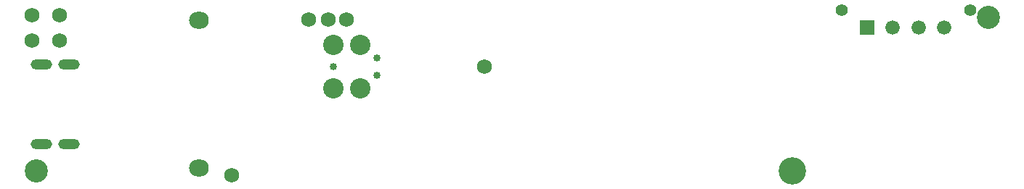
<source format=gbr>
%TF.GenerationSoftware,Altium Limited,Altium Designer,19.0.15 (446)*%
G04 Layer_Color=16711935*
%FSLAX26Y26*%
%MOIN*%
%TF.FileFunction,Soldermask,Bot*%
%TF.Part,Single*%
G01*
G75*
%TA.AperFunction,ComponentPad*%
%ADD71C,0.093504*%
%ADD72C,0.033465*%
%ADD73O,0.090551X0.078740*%
G04:AMPARAMS|DCode=81|XSize=47.37mil|YSize=98.551mil|CornerRadius=23.685mil|HoleSize=0mil|Usage=FLASHONLY|Rotation=270.000|XOffset=0mil|YOffset=0mil|HoleType=Round|Shape=RoundedRectangle|*
%AMROUNDEDRECTD81*
21,1,0.047370,0.051181,0,0,270.0*
21,1,0.000000,0.098551,0,0,270.0*
1,1,0.047370,-0.025591,0.000000*
1,1,0.047370,-0.025591,0.000000*
1,1,0.047370,0.025591,0.000000*
1,1,0.047370,0.025591,0.000000*
%
%ADD81ROUNDEDRECTD81*%
%ADD82C,0.065843*%
%ADD83C,0.056000*%
%ADD84R,0.065843X0.065843*%
%TA.AperFunction,ViaPad*%
%ADD85C,0.106425*%
%ADD86C,0.068000*%
%TA.AperFunction,ComponentPad*%
%ADD87C,0.068000*%
%ADD88C,0.126110*%
D71*
X1840000Y858000D02*
D03*
X1965000D02*
D03*
Y1058000D02*
D03*
X1840000D02*
D03*
D72*
Y958000D02*
D03*
X2040000Y998000D02*
D03*
Y918000D02*
D03*
D73*
X1222819Y1170551D02*
D03*
Y489449D02*
D03*
D81*
X626016Y965000D02*
D03*
X502000D02*
D03*
X626016Y598858D02*
D03*
X502000D02*
D03*
D82*
X4645221Y1138000D02*
D03*
X4527110D02*
D03*
X4409000D02*
D03*
D83*
X4763331Y1215165D02*
D03*
X4172780D02*
D03*
D84*
X4290890Y1138000D02*
D03*
D85*
X476000Y476000D02*
D03*
X4846000Y1183000D02*
D03*
D86*
X1375000Y458035D02*
D03*
D87*
X458000Y1077441D02*
D03*
Y1193000D02*
D03*
X584000Y1191964D02*
D03*
X2534000Y957000D02*
D03*
X584000Y1077441D02*
D03*
X1900000Y1172000D02*
D03*
X1817000D02*
D03*
X1729000D02*
D03*
D88*
X3947922Y477000D02*
D03*
%TF.MD5,0027fbadb18229fbec2f3c10318c5303*%
M02*

</source>
